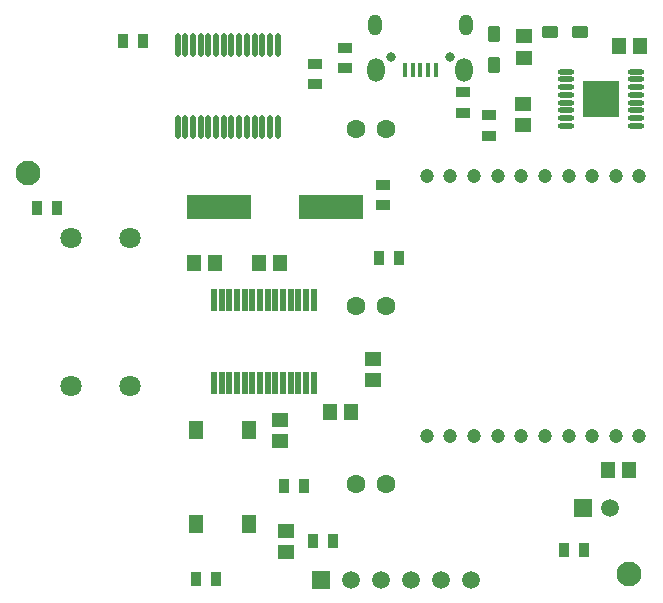
<source format=gbr>
%TF.GenerationSoftware,Altium Limited,Altium Designer,21.6.1 (37)*%
G04 Layer_Color=255*
%FSLAX43Y43*%
%MOMM*%
%TF.SameCoordinates,1E6E8873-E5BF-4629-9129-2C513CDE5FDC*%
%TF.FilePolarity,Positive*%
%TF.FileFunction,Pads,Top*%
%TF.Part,Single*%
G01*
G75*
%TA.AperFunction,SMDPad,CuDef*%
%ADD10R,1.200X1.400*%
%ADD11R,0.850X1.300*%
G04:AMPARAMS|DCode=12|XSize=1.9mm|YSize=0.48mm|CornerRadius=0.06mm|HoleSize=0mm|Usage=FLASHONLY|Rotation=270.000|XOffset=0mm|YOffset=0mm|HoleType=Round|Shape=RoundedRectangle|*
%AMROUNDEDRECTD12*
21,1,1.900,0.360,0,0,270.0*
21,1,1.780,0.480,0,0,270.0*
1,1,0.120,-0.180,-0.890*
1,1,0.120,-0.180,0.890*
1,1,0.120,0.180,0.890*
1,1,0.120,0.180,-0.890*
%
%ADD12ROUNDEDRECTD12*%
%ADD13R,1.400X1.200*%
%ADD14R,5.500X2.000*%
%ADD15O,1.400X0.450*%
%ADD16R,3.100X3.100*%
%ADD17R,1.300X0.850*%
G04:AMPARAMS|DCode=18|XSize=1.4mm|YSize=1mm|CornerRadius=0.2mm|HoleSize=0mm|Usage=FLASHONLY|Rotation=0.000|XOffset=0mm|YOffset=0mm|HoleType=Round|Shape=RoundedRectangle|*
%AMROUNDEDRECTD18*
21,1,1.400,0.600,0,0,0.0*
21,1,1.000,1.000,0,0,0.0*
1,1,0.400,0.500,-0.300*
1,1,0.400,-0.500,-0.300*
1,1,0.400,-0.500,0.300*
1,1,0.400,0.500,0.300*
%
%ADD18ROUNDEDRECTD18*%
G04:AMPARAMS|DCode=19|XSize=1.4mm|YSize=1mm|CornerRadius=0.2mm|HoleSize=0mm|Usage=FLASHONLY|Rotation=90.000|XOffset=0mm|YOffset=0mm|HoleType=Round|Shape=RoundedRectangle|*
%AMROUNDEDRECTD19*
21,1,1.400,0.600,0,0,90.0*
21,1,1.000,1.000,0,0,90.0*
1,1,0.400,0.300,0.500*
1,1,0.400,0.300,-0.500*
1,1,0.400,-0.300,-0.500*
1,1,0.400,-0.300,0.500*
%
%ADD19ROUNDEDRECTD19*%
%ADD20O,0.450X2.000*%
%ADD21R,1.300X1.550*%
%ADD22R,0.450X1.300*%
%TA.AperFunction,ComponentPad*%
%ADD27C,2.100*%
%ADD28C,1.500*%
%ADD29R,1.500X1.500*%
%ADD30C,1.800*%
%ADD31C,0.800*%
%ADD32O,1.150X1.800*%
%ADD33O,1.450X2.000*%
%ADD34C,1.600*%
%ADD35C,1.200*%
D10*
X56500Y11911D02*
D03*
X58300D02*
D03*
X21400Y29449D02*
D03*
X23200D02*
D03*
X28735Y29449D02*
D03*
X26935D02*
D03*
X34745Y16820D02*
D03*
X32945D02*
D03*
X59200Y47800D02*
D03*
X57400D02*
D03*
D11*
X37084Y29845D02*
D03*
X38784D02*
D03*
X31535Y5842D02*
D03*
X33235D02*
D03*
X23290Y2667D02*
D03*
X21590D02*
D03*
X15450Y48213D02*
D03*
X17150D02*
D03*
X9867Y34036D02*
D03*
X8167D02*
D03*
X29053Y10500D02*
D03*
X30753D02*
D03*
X52744Y5080D02*
D03*
X54444D02*
D03*
D12*
X31582Y26305D02*
D03*
X30932D02*
D03*
X30282D02*
D03*
X29632D02*
D03*
X28982D02*
D03*
X28332D02*
D03*
X27682D02*
D03*
X27032D02*
D03*
X26382D02*
D03*
X25732D02*
D03*
X25082D02*
D03*
X24432D02*
D03*
X23782D02*
D03*
X23132D02*
D03*
Y19295D02*
D03*
X23782D02*
D03*
X24432D02*
D03*
X25082D02*
D03*
X25732D02*
D03*
X26382D02*
D03*
X27032D02*
D03*
X27682D02*
D03*
X28332D02*
D03*
X28982D02*
D03*
X29632D02*
D03*
X30282D02*
D03*
X30932D02*
D03*
X31582D02*
D03*
D13*
X29210Y6742D02*
D03*
Y4942D02*
D03*
X28735Y14340D02*
D03*
Y16140D02*
D03*
X36600Y19507D02*
D03*
Y21307D02*
D03*
X49284Y41063D02*
D03*
Y42863D02*
D03*
X49384Y48600D02*
D03*
Y46800D02*
D03*
D14*
X33071Y34200D02*
D03*
X23571D02*
D03*
D15*
X58850Y44957D02*
D03*
Y45607D02*
D03*
Y43657D02*
D03*
Y44307D02*
D03*
Y43007D02*
D03*
Y42357D02*
D03*
Y41707D02*
D03*
Y41057D02*
D03*
X52950Y44957D02*
D03*
Y45607D02*
D03*
Y44307D02*
D03*
Y43657D02*
D03*
Y43007D02*
D03*
Y42357D02*
D03*
Y41707D02*
D03*
Y41057D02*
D03*
D16*
X55900Y43332D02*
D03*
D17*
X31700Y44550D02*
D03*
Y46250D02*
D03*
X34207Y45950D02*
D03*
Y47650D02*
D03*
X37465Y34329D02*
D03*
Y36029D02*
D03*
X46450Y40213D02*
D03*
Y41913D02*
D03*
X44244Y42157D02*
D03*
Y43857D02*
D03*
D18*
X54159Y49000D02*
D03*
X51559D02*
D03*
D19*
X46800Y48800D02*
D03*
Y46200D02*
D03*
D20*
X28512Y47850D02*
D03*
X27862D02*
D03*
X27212D02*
D03*
X26562D02*
D03*
X25912D02*
D03*
X25262D02*
D03*
X24612D02*
D03*
X23962D02*
D03*
X23312D02*
D03*
X22662D02*
D03*
X22012D02*
D03*
X21362D02*
D03*
X20712D02*
D03*
X20062D02*
D03*
X28512Y40950D02*
D03*
X27862D02*
D03*
X27212D02*
D03*
X26562D02*
D03*
X25912D02*
D03*
X25262D02*
D03*
X24612D02*
D03*
X23962D02*
D03*
X23312D02*
D03*
X22662D02*
D03*
X22012D02*
D03*
X21362D02*
D03*
X20712D02*
D03*
X20062D02*
D03*
D21*
X21590Y7290D02*
D03*
X26090D02*
D03*
X21590Y15240D02*
D03*
X26090D02*
D03*
D22*
X39950Y45791D02*
D03*
X40600D02*
D03*
X41250D02*
D03*
X39300D02*
D03*
X41900D02*
D03*
D27*
X58300Y3100D02*
D03*
X7400Y37000D02*
D03*
D28*
X44900Y2600D02*
D03*
X42360D02*
D03*
X39820D02*
D03*
X37280D02*
D03*
X34740D02*
D03*
X56639Y8636D02*
D03*
D29*
X32200Y2600D02*
D03*
X54359Y8636D02*
D03*
D30*
X16010Y31496D02*
D03*
Y18996D02*
D03*
X11010Y31496D02*
D03*
Y18996D02*
D03*
D31*
X38100Y46841D02*
D03*
X43100D02*
D03*
D32*
X36725Y49591D02*
D03*
X44475D02*
D03*
D33*
X36875Y45791D02*
D03*
X44325D02*
D03*
D34*
X37680Y10746D02*
D03*
X35140D02*
D03*
X37680Y25746D02*
D03*
X35140D02*
D03*
X37680Y40746D02*
D03*
X35140D02*
D03*
D35*
X59150Y36755D02*
D03*
X57150D02*
D03*
X55150D02*
D03*
X53150D02*
D03*
X51150D02*
D03*
X49150D02*
D03*
X47150D02*
D03*
X45150D02*
D03*
X43150D02*
D03*
X41150D02*
D03*
X59150Y14755D02*
D03*
X57150D02*
D03*
X55150D02*
D03*
X53150D02*
D03*
X51150D02*
D03*
X49150D02*
D03*
X47150D02*
D03*
X45150D02*
D03*
X43150D02*
D03*
X41150D02*
D03*
%TF.MD5,6b300bb5382e439ea554e061a117e3d0*%
M02*

</source>
